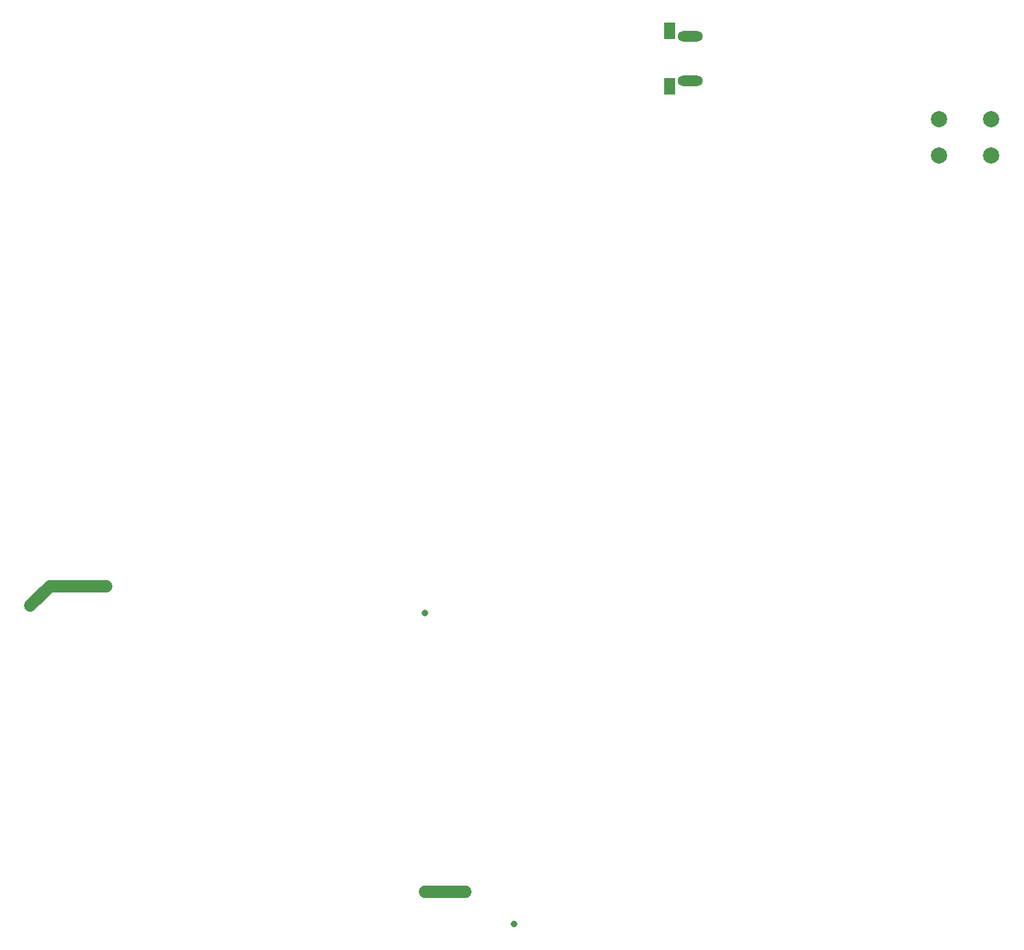
<source format=gbr>
G04 #@! TF.GenerationSoftware,KiCad,Pcbnew,(5.0.0)*
G04 #@! TF.CreationDate,2020-05-21T20:29:27-04:00*
G04 #@! TF.ProjectId,WS2812 ClockDIY,57533238313220436C6F636B4449592E,rev?*
G04 #@! TF.SameCoordinates,Original*
G04 #@! TF.FileFunction,Copper,L2,Bot,Signal*
G04 #@! TF.FilePolarity,Positive*
%FSLAX46Y46*%
G04 Gerber Fmt 4.6, Leading zero omitted, Abs format (unit mm)*
G04 Created by KiCad (PCBNEW (5.0.0)) date 05/21/20 20:29:27*
%MOMM*%
%LPD*%
G01*
G04 APERTURE LIST*
G04 #@! TA.AperFunction,ComponentPad*
%ADD10C,2.000000*%
G04 #@! TD*
G04 #@! TA.AperFunction,ComponentPad*
%ADD11O,3.150000X1.300000*%
G04 #@! TD*
G04 #@! TA.AperFunction,ComponentPad*
%ADD12R,1.400000X2.000000*%
G04 #@! TD*
G04 #@! TA.AperFunction,ViaPad*
%ADD13C,0.800000*%
G04 #@! TD*
G04 #@! TA.AperFunction,Conductor*
%ADD14C,1.500000*%
G04 #@! TD*
G04 APERTURE END LIST*
D10*
G04 #@! TO.P,SW1,1*
G04 #@! TO.N,BTN*
X152500000Y-40500000D03*
G04 #@! TO.P,SW1,2*
G04 #@! TO.N,GND*
X152500000Y-45000000D03*
G04 #@! TO.P,SW1,1*
G04 #@! TO.N,BTN*
X146000000Y-40500000D03*
G04 #@! TO.P,SW1,2*
G04 #@! TO.N,GND*
X146000000Y-45000000D03*
G04 #@! TD*
D11*
G04 #@! TO.P,USB1,SH*
G04 #@! TO.N,N/C*
X115270000Y-35725000D03*
D12*
X112720000Y-36425000D03*
X112720000Y-29575000D03*
D11*
X115270000Y-30275000D03*
G04 #@! TD*
D13*
G04 #@! TO.N,GND*
X33800000Y-100600000D03*
X43200000Y-98200000D03*
G04 #@! TO.N,+5V*
X93500000Y-140000000D03*
G04 #@! TO.N,Net-(U21-Pad2)*
X87500000Y-136000000D03*
X82500000Y-136000000D03*
X82500000Y-101500000D03*
G04 #@! TD*
D14*
G04 #@! TO.N,GND*
X36200000Y-98200000D02*
X33800000Y-100600000D01*
X43200000Y-98200000D02*
X36200000Y-98200000D01*
G04 #@! TO.N,Net-(U21-Pad2)*
X87500000Y-136000000D02*
X82500000Y-136000000D01*
G04 #@! TD*
M02*

</source>
